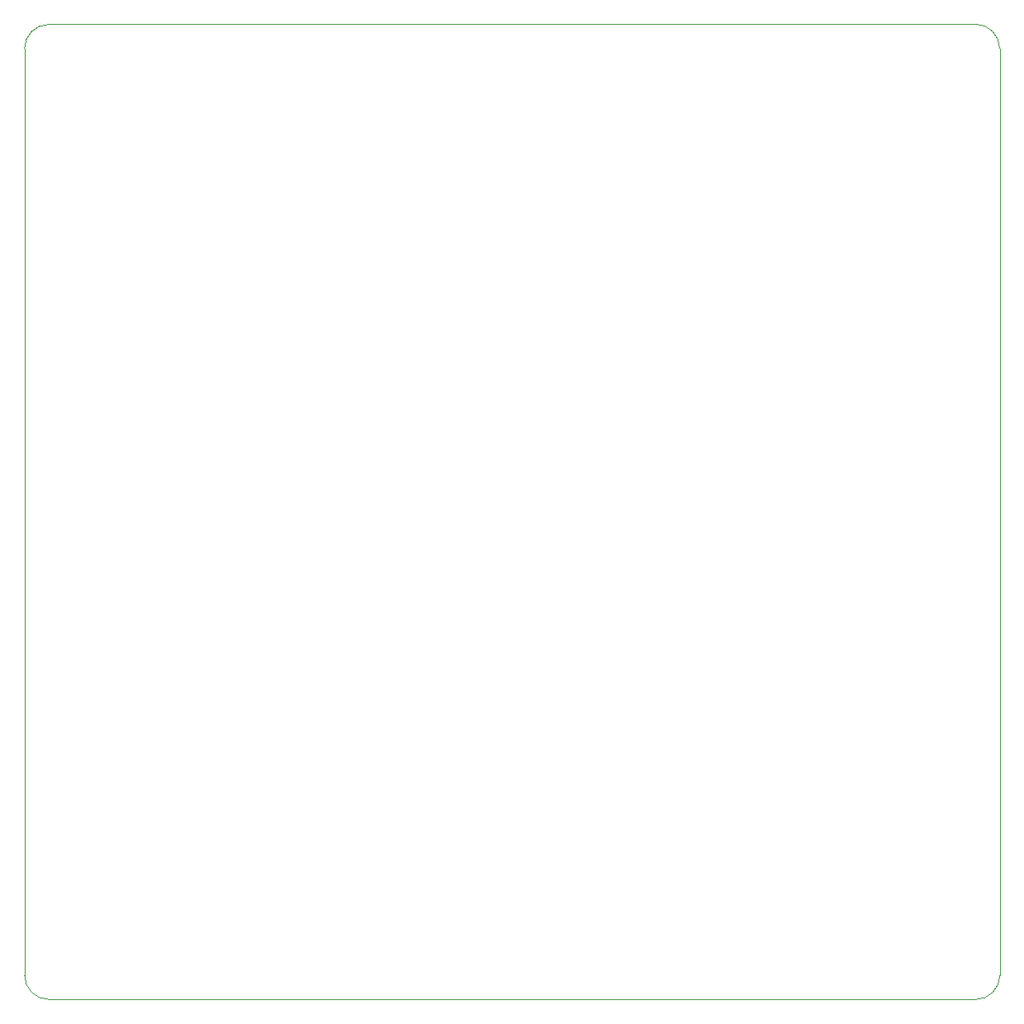
<source format=gbr>
G04 Layer_Color=0*
%FSLAX23Y23*%
%MOIN*%
%TF.FileFunction,Profile*%
%TF.Part,Single*%
G01*
G75*
%TA.AperFunction,Profile*%
%ADD54C,0.001*%
D54*
X1969Y2067D02*
Y5807D01*
D02*
G02*
X2067Y5906I98J0D01*
G01*
X5807D01*
D02*
G02*
X5906Y5807I0J-98D01*
G01*
Y2067D01*
D02*
G02*
X5807Y1969I-98J0D01*
G01*
X2067D01*
D02*
G02*
X1969Y2067I0J98D01*
G01*
%TF.MD5,B08381C3B6AEFA505EDAD3F81BEA2534*%
M02*

</source>
